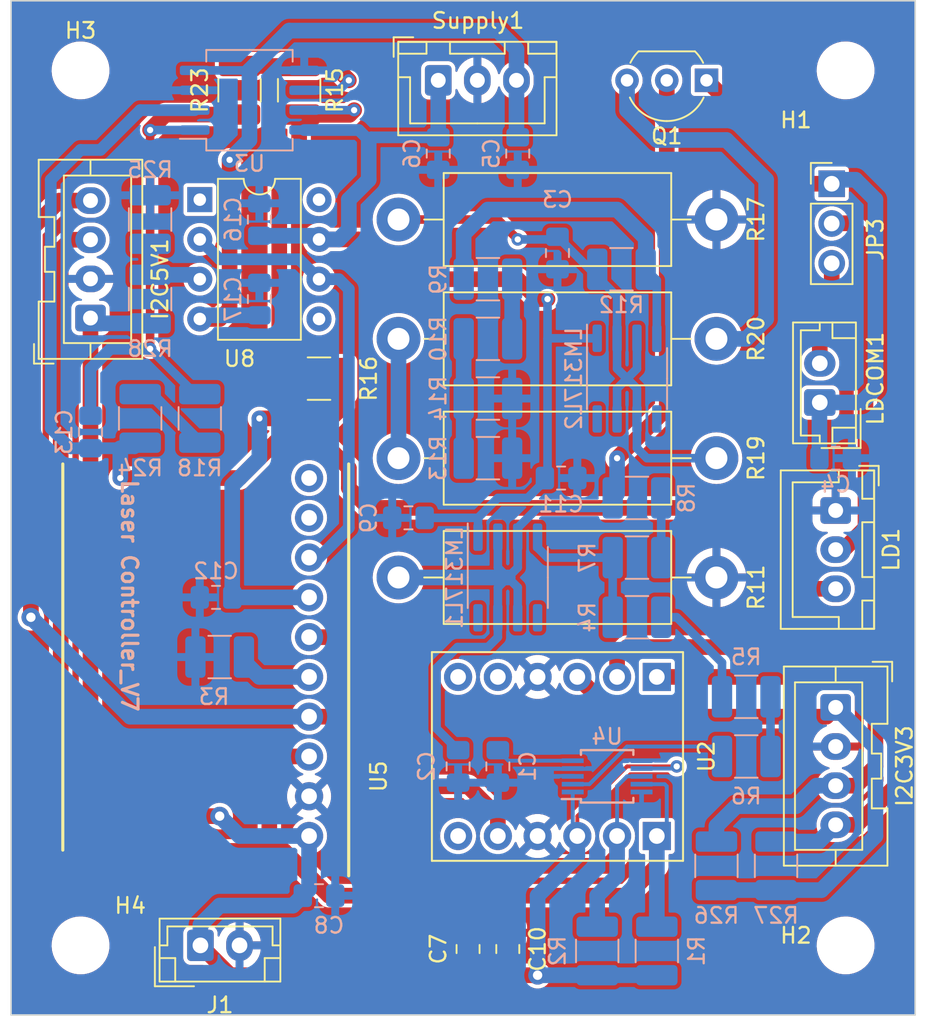
<source format=kicad_pcb>
(kicad_pcb (version 20240108) (generator "pcbnew") (generator_version "8.0")
  (layers (0 "F.Cu" signal) (31 "B.Cu" signal) (34 "B.Paste" user) (35 "F.Paste" user) (36 "B.SilkS" user "B.Silkscreen") (37 "F.SilkS" user "F.Silkscreen") (38 "B.Mask" user) (39 "F.Mask" user) (44 "Edge.Cuts" user))
  (net 0 "")
  (net 1 "GND")
  (net 2 "Net-(U4-Ext_cap)")
  (net 3 "Net-(C3-Pad2)")
  (net 4 "Net-(Q1-B)")
  (net 5 "5V")
  (net 6 "SCL5V")
  (net 7 "SDA5V")
  (net 8 "-12V")
  (net 9 "Net-(JP3-A)")
  (net 10 "Net-(R5-Pad2)")
  (net 11 "Net-(R10-Pad2)")
  (net 12 "Net-(R10-Pad1)")
  (net 13 "Net-(U5-A0)")
  (net 14 "Net-(R19-Pad2)")
  (net 15 "Net-(R15-Pad2)")
  (net 16 "3V3")
  (net 17 "Net-(C13-Pad1)")
  (net 18 "Net-(U3A--)")
  (net 19 "SCL3V3")
  (net 20 "SDA3V3")
  (net 21 "Net-(JP3-C)")
  (net 22 "Net-(JP3-B)")
  (net 23 "Net-(LM317L1-ADJ)")
  (net 25 "+12V")
  (net 26 "Net-(R18-Pad2)")
  (net 28 "Net-(LM317L2-ADJ)")
  (net 31 "Net-(Q1-E)")
  (net 32 "Net-(U5-ADDR)")
  (net 34 "Net-(U4-A)")
  (net 35 "Net-(U3B--)")
  (net 36 "Net-(U8-+)")
  (net 37 "Net-(U5-ALRT)")
  (net 40 "Net-(U5-A1)")
  (net 46 "Net-(R4-Pad2)")
  (net 47 "Net-(R7-Pad2)")
  (footprint "Resistor_THT:R_Axial_DIN0614_L14.3mm_D5.7mm_P20.32mm_Horizontal" (layer "F.Cu") (at 213.36 67.31)
    (property "Reference" "R17")
    (property "Value" "220")
  )
  (footprint "Created:CONV_BOB-12009" (layer "F.Cu") (at 223.52 101.6 -90)
    (property "Reference" "U2")
    (property "Value" "LogicConvert")
  )
  (footprint "MountingHole:MountingHole_3.2mm_M3" (layer "F.Cu") (at 241.935 113.665)
    (property "Reference" "H2")
    (property "Value" "MountingHole")
  )
  (footprint "Connector_JST:JST_EH_B2B-EH-A_1x02_P2.50mm_Vertical" (layer "F.Cu") (at 240.284 78.994 90)
    (property "Reference" "LDCOM1")
    (property "Value" "Conn_01x02_Male")
  )
  (footprint "Connector_JST:JST_XH_B3B-XH-A_1x03_P2.50mm_Vertical" (layer "F.Cu") (at 215.9 58.42)
    (property "Reference" "Supply1")
    (property "Value" "Conn_01x03_Male")
  )
  (footprint "Package_DIP:DIP-8_W7.62mm" (layer "F.Cu") (at 200.66 66.04)
    (property "Reference" "U8")
    (property "Value" "TL081")
  )
  (footprint "Connector_JST:JST_XA_B04B-XASK-1_1x04_P2.50mm_Vertical" (layer "F.Cu") (at 241.3 98.465 -90)
    (property "Reference" "I2C3V3")
    (property "Value" "Conn_01x04_Male")
  )
  (footprint "Resistor_THT:R_Axial_DIN0614_L14.3mm_D5.7mm_P20.32mm_Horizontal" (layer "F.Cu") (at 233.68 82.55 180)
    (property "Reference" "R19")
    (property "Value" "100")
  )
  (footprint "Resistor_SMD:R_1210_3225Metric_Pad1.30x2.65mm_HandSolder" (layer "F.Cu") (at 203.2 59.055 -90)
    (property "Reference" "R23")
    (property "Value" "10k")
  )
  (footprint "Connector_JST:JST_XH_B3B-XH-A_1x03_P2.50mm_Vertical" (layer "F.Cu") (at 241.3 85.892 -90)
    (property "Reference" "LD1")
    (property "Value" "D_Laser_Photo_NType")
  )
  (footprint "Connector_PinHeader_2.54mm:PinHeader_1x03_P2.54mm_Vertical" (layer "F.Cu") (at 241.046 65.024)
    (property "Reference" "JP3")
    (property "Value" "Jumper_3_Open")
  )
  (footprint "Created:ADS1115" (layer "F.Cu") (at 201.041 95.25 90)
    (property "Reference" "U5")
    (property "Value" "ADS1115")
  )
  (footprint "MountingHole:MountingHole_3.2mm_M3" (layer "F.Cu") (at 193.04 113.665)
    (property "Reference" "H4")
    (property "Value" "MountingHole")
  )
  (footprint "Resistor_SMD:R_1210_3225Metric_Pad1.30x2.65mm_HandSolder" (layer "F.Cu") (at 208.28 77.47)
    (property "Reference" "R16")
    (property "Value" "100k")
  )
  (footprint "Resistor_SMD:R_1210_3225Metric_Pad1.30x2.65mm_HandSolder" (layer "F.Cu") (at 207.01 59.055 -90)
    (property "Reference" "R15")
    (property "Value" "10k")
  )
  (footprint "MountingHole:MountingHole_3.2mm_M3" (layer "F.Cu") (at 193.04 57.785)
    (property "Reference" "H3")
    (property "Value" "MountingHole")
  )
  (footprint "MountingHole:MountingHole_3.2mm_M3" (layer "F.Cu") (at 241.935 57.785)
    (property "Reference" "H1")
    (property "Value" "MountingHole")
  )
  (footprint "Package_TO_SOT_THT:TO-92_Inline_Wide" (layer "F.Cu") (at 233.045 58.42 180)
    (property "Reference" "Q1")
    (property "Value" "2n2907")
  )
  (footprint "Capacitor_SMD:C_0805_2012Metric_Pad1.18x1.45mm_HandSolder" (layer "F.Cu") (at 220.345 113.8975 -90)
    (property "Reference" "C10")
    (property "Value" "1U")
  )
  (footprint "Resistor_THT:R_Axial_DIN0614_L14.3mm_D5.7mm_P20.32mm_Horizontal" (layer "F.Cu") (at 213.36 90.17)
    (property "Reference" "R11")
    (property "Value" "220")
  )
  (footprint "Resistor_THT:R_Axial_DIN0614_L14.3mm_D5.7mm_P20.32mm_Horizontal" (layer "F.Cu") (at 213.36 74.93)
    (property "Reference" "R20")
    (property "Value" "100")
  )
  (footprint "Capacitor_SMD:C_0805_2012Metric_Pad1.18x1.45mm_HandSolder" (layer "F.Cu") (at 217.805 113.8975 90)
    (property "Reference" "C7")
    (property "Value" "0.1U")
  )
  (footprint "Connector_JST:JST_XA_B04B-XASK-1_1x04_P2.50mm_Vertical" (layer "F.Cu") (at 193.675 73.6 90)
    (property "Reference" "I2C5V1")
    (property "Value" "Conn_01x04_Male")
  )
  (footprint "Connector_JST:JST_EH_B2B-EH-A_1x02_P2.50mm_Vertical" (layer "F.Cu") (at 200.7 113.665)
    (property "Reference" "J1")
    (property "Value" "5V")
  )
  (footprint "Capacitor_SMD:C_0805_2012Metric_Pad1.18x1.45mm_HandSolder" (layer "B.Cu") (at 220.98 63.0975 -90)
    (property "Reference" "C5")
    (property "Value" "0.1U")
  )
  (footprint "Capacitor_SMD:C_0805_2012Metric_Pad1.18x1.45mm_HandSolder" (layer "B.Cu") (at 204.47 67.31 -90)
    (property "Reference" "C16")
    (property "Value" "1U")
  )
  (footprint "Capacitor_SMD:C_0805_2012Metric_Pad1.18x1.45mm_HandSolder" (layer "B.Cu") (at 217.17 102.235 -90)
    (property "Reference" "C2")
    (property "Value" "0.1U")
  )
  (footprint "Resistor_SMD:R_1210_3225Metric_Pad1.30x2.65mm_HandSolder" (layer "B.Cu") (at 197.485 72.39 -90)
    (property "Reference" "R28")
    (property "Value" "220")
  )
  (footprint "Capacitor_SMD:C_0805_2012Metric_Pad1.18x1.45mm_HandSolder" (layer "B.Cu") (at 193.675 80.8775 -90)
    (property "Reference" "C13")
    (property "Value" "1U")
  )
  (footprint "Resistor_SMD:R_1210_3225Metric_Pad1.30x2.65mm_HandSolder" (layer "B.Cu") (at 219.075 71.12)
    (property "Reference" "R9")
    (property "Value" "1k")
  )
  (footprint "Resistor_SMD:R_1210_3225Metric_Pad1.30x2.65mm_HandSolder" (layer "B.Cu") (at 219.075 78.74)
    (property "Reference" "R14")
    (property "Value" "47")
  )
  (footprint "Resistor_SMD:R_1210_3225Metric_Pad1.30x2.65mm_HandSolder" (layer "B.Cu") (at 235.585 97.79)
    (property "Reference" "R5")
    (property "Value" "2k2")
  )
  (footprint "Capacitor_SMD:C_0805_2012Metric_Pad1.18x1.45mm_HandSolder" (layer "B.Cu") (at 223.52 69.4475 90)
    (property "Reference" "C3")
    (property "Value" "0.1U")
  )
  (footprint "Resistor_SMD:R_1210_3225Metric_Pad1.30x2.65mm_HandSolder" (layer "B.Cu") (at 228.6 92.71)
    (property "Reference" "R4")
    (property "Value" "2k2")
  )
  (footprint "Package_SO:SO-8_3.9x4.9mm_P1.27mm" (layer "B.Cu") (at 220.345 90.17 -90)
    (property "Reference" "LM317L1")
    (property "Value" "LM317L_SO8")
  )
  (footprint "Resistor_SMD:R_1210_3225Metric_Pad1.30x2.65mm_HandSolder" (layer "B.Cu") (at 229.87 114.02 90)
    (property "Reference" "R1")
    (property "Value" "4k7")
  )
  (footprint "Resistor_SMD:R_1210_3225Metric_Pad1.30x2.65mm_HandSolder" (layer "B.Cu") (at 197.485 67.31 90)
    (property "Reference" "R25")
    (property "Value" "220")
  )
  (footprint "Resistor_SMD:R_1210_3225Metric_Pad1.30x2.65mm_HandSolder" (layer "B.Cu") (at 228.6 88.9)
    (property "Reference" "R7")
    (property "Value" "330")
  )
  (footprint "Capacitor_SMD:C_0805_2012Metric_Pad1.18x1.45mm_HandSolder" (layer "B.Cu") (at 204.47 72.39 -90)
    (property "Reference" "C17")
    (property "Value" "1U")
  )
  (footprint "Resistor_SMD:R_1210_3225Metric_Pad1.30x2.65mm_HandSolder" (layer "B.Cu") (at 235.585 101.6)
    (property "Reference" "R6")
    (property "Value" "220")
  )
  (footprint "Resistor_SMD:R_1210_3225Metric_Pad1.30x2.65mm_HandSolder" (layer "B.Cu") (at 219.075 82.55)
    (property "Reference" "R13")
    (property "Value" "47")
  )
  (footprint "Capacitor_SMD:C_0805_2012Metric_Pad1.18x1.45mm_HandSolder" (layer "B.Cu") (at 201.6975 91.44 180)
    (property "Reference" "C12")
    (property "Value" "1U")
  )
  (footprint "Resistor_SMD:R_1210_3225Metric_Pad1.30x2.65mm_HandSolder" (layer "B.Cu") (at 196.85 80.01 90)
    (property "Reference" "R24")
    (property "Value" "10k")
  )
  (footprint "Capacitor_SMD:C_0805_2012Metric_Pad1.18x1.45mm_HandSolder" (layer "B.Cu") (at 208.28 110.49 180)
    (property "Reference" "C8")
    (property "Value" "0.1U")
  )
  (footprint "Capacitor_SMD:C_0805_2012Metric_Pad1.18x1.45mm_HandSolder" (layer "B.Cu") (at 219.71 102.235 -90)
    (property "Reference" "C1")
    (property "Value" "1U" (hide yes))
  )
  (footprint "Resistor_SMD:R_1210_3225Metric_Pad1.30x2.65mm_HandSolder" (layer "B.Cu") (at 200.66 80.01 -90)
    (property "Reference" "R18")
    (property "Value" "10k")
  )
  (footprint "Capacitor_SMD:C_0805_2012Metric_Pad1.18x1.45mm_HandSolder" (layer "B.Cu") (at 215.9 63.0975 -90)
    (property "Reference" "C6")
    (property "Value" "0.1U")
  )
  (footprint "Resistor_SMD:R_1210_3225Metric_Pad1.30x2.65mm_HandSolder" (layer "B.Cu") (at 227.61 70.485)
    (property "Reference" "R12")
    (property "Value" "220")
  )
  (footprint "Resistor_SMD:R_1210_3225Metric_Pad1.30x2.65mm_HandSolder" (layer "B.Cu") (at 237.49 108.585 -90)
    (property "Reference" "R27")
    (property "Value" "4k7")
  )
  (footprint "Capacitor_SMD:C_0805_2012Metric_Pad1.18x1.45mm_HandSolder" (layer "B.Cu") (at 213.995 86.36 180)
    (property "Reference" "C9")
    (property "Value" "0.1U")
  )
  (footprint "Resistor_SMD:R_1210_3225Metric_Pad1.30x2.65mm_HandSolder" (layer "B.Cu") (at 228.6 85.09)
    (property "Reference" "R8")
    (property "Value" "3k3")
  )
  (footprint "Resistor_SMD:R_1210_3225Metric_Pad1.30x2.65mm_HandSolder" (layer "B.Cu") (at 219.075 74.93)
    (property "Reference" "R10")
    (property "Value" "100")
  )
  (footprint "Package_SO:SO-8_5.3x6.2mm_P1.27mm" (layer "B.Cu") (at 203.835 59.69)
    (property "Reference" "U3")
    (property "Value" "TL082")
  )
  (footprint "Resistor_SMD:R_1210_3225Metric_Pad1.30x2.65mm_HandSolder" (layer "B.Cu") (at 226.06 114.02 90)
    (property "Reference" "R2")
    (property "Value" "4k7")
  )
  (footprint "Capacitor_SMD:C_0805_2012Metric_Pad1.18x1.45mm_HandSolder" (layer "B.Cu") (at 223.7525 83.82)
    (property "Reference" "C11")
    (property "Value" "0.1U")
  )
  (footprint "Resistor_SMD:R_1210_3225Metric_Pad1.30x2.65mm_HandSolder" (layer "B.Cu") (at 233.68 108.585 -90)
    (property "Reference" "R26")
    (property "Value" "4k7")
  )
  (footprint "Package_SO:MSOP-10_3x3mm_P0.5mm" (layer "B.Cu") (at 226.695 102.87)
    (property "Reference" "U4")
    (property "Value" "AD5175")
  )
  (footprint "Capacitor_SMD:C_0805_2012Metric_Pad1.18x1.45mm_HandSolder" (layer "B.Cu") (at 241.3 82.55)
    (property "Reference" "C4")
    (property "Value" "0.1U")
  )
  (footprint "Resistor_SMD:R_1210_3225Metric_Pad1.30x2.65mm_HandSolder" (layer "B.Cu") (at 201.93 95.25 180)
    (property "Reference" "R3")
    (property "Value" "4k7")
  )
  (footprint "Package_SO:SO-8_3.9x4.9mm_P1.27mm" (layer "B.Cu") (at 227.965 77.47 -90)
    (property "Reference" "LM317L2")
    (property "Value" "LM317L_SO8")
  )
  (gr_rect (start 188.595 53.34) (end 246.38 118.11) (stroke (width 0.1)) (fill none) (layer "Edge.Cuts"))
  (gr_text "Laser Controller_V7" (at 195.58 83.82 -90) (layer "B.SilkS") (effects (font (size 1 1) (thickness 0.2) (bold yes)) (justify left bottom)))
  (segment (start 220.3825 101.87) (end 219.71 101.1975) (width 0.25) (layer "B.Cu") (net 2))
  (segment (start 224.495 101.87) (end 220.3825 101.87) (width 0.25) (layer "B.Cu") (net 2))
  (segment (start 219.71 67.31) (end 220.98 68.58) (width 0.55) (layer "F.Cu") (net 3))
  (segment (start 213.36 67.31) (end 219.71 67.31) (width 0.55) (layer "F.Cu") (net 3))
  (via (at 220.98 68.58) (size 0.8) (drill 0.4) (layers "F.Cu" "B.Cu") (net 3))
  (segment (start 227.33 72.22) (end 227.33 74.895) (width 0.55) (layer "B.Cu") (net 3))
  (segment (start 223.52 68.41) (end 227.33 72.22) (width 0.55) (layer "B.Cu") (net 3))
  (segment (start 227.33 74.895) (end 227.33 76.835) (width 0.55) (layer "B.Cu") (net 3))
  (segment (start 227.33 80.045) (end 227.33 78.105) (width 0.55) (layer "B.Cu") (net 3))
  (segment (start 228.6 76.835) (end 228.6 74.895) (width 0.55) (layer "B.Cu") (net 3))
  (segment (start 228.6 81.915) (end 229.235 82.55) (width 0.55) (layer "B.Cu") (net 3))
  (segment (start 228.6 78.105) (end 228.6 80.045) (width 0.55) (layer "B.Cu") (net 3))
  (segment (start 227.965 77.47) (end 228.6 76.835) (width 0.55) (layer "B.Cu") (net 3))
  (segment (start 229.235 82.55) (end 233.68 82.55) (width 0.55) (layer "B.Cu") (net 3))
  (segment (start 227.33 76.835) (end 227.965 77.47) (width 0.55) (layer "B.Cu") (net 3))
  (segment (start 227.965 77.47) (end 228.6 78.105) (width 0.55) (layer "B.Cu") (net 3))
  (segment (start 228.6 80.68) (end 228.6 81.915) (width 0.55) (layer "B.Cu") (net 3))
  (segment (start 220.98 68.58) (end 223.35 68.58) (width 0.55) (layer "B.Cu") (net 3))
  (segment (start 227.33 78.105) (end 227.965 77.47) (width 0.55) (layer "B.Cu") (net 3))
  (segment (start 230.505 79.375) (end 227.33 82.55) (width 1) (layer "F.Cu") (net 4))
  (segment (start 230.505 58.42) (end 230.505 79.375) (width 1) (layer "F.Cu") (net 4))
  (via (at 227.33 82.55) (size 0.8) (drill 0.4) (layers "F.Cu" "B.Cu") (net 4))
  (segment (start 220.98 87.595) (end 220.98 89.535) (width 0.55) (layer "B.Cu") (net 4))
  (segment (start 227.33 84.81) (end 227.05 85.09) (width 1) (layer "B.Cu") (net 4))
  (segment (start 213.36 90.17) (end 220.345 90.17) (width 1) (layer "B.Cu") (net 4))
  (segment (start 226.415 85.725) (end 227.05 85.09) (width 0.55) (layer "B.Cu") (net 4))
  (segment (start 215.795 95.950456) (end 215.795 99.8225) (width 0.55) (layer "B.Cu") (net 4))
  (segment (start 219.71 90.805) (end 219.71 92.745) (width 0.55) (layer "B.Cu") (net 4))
  (segment (start 222.25 85.725) (end 226.415 85.725) (width 0.55) (layer "B.Cu") (net 4))
  (segment (start 227.33 82.55) (end 227.33 84.81) (width 1) (layer "B.Cu") (net 4))
  (segment (start 220.98 89.535) (end 220.345 90.17) (width 0.55) (layer "B.Cu") (net 4))
  (segment (start 220.345 90.17) (end 219.71 90.805) (width 0.55) (layer "B.Cu") (net 4))
  (segment (start 220.98 87.595) (end 220.98 86.995) (width 0.55) (layer "B.Cu") (net 4))
  (segment (start 219.075 94.615) (end 217.130456 94.615) (width 0.55) (layer "B.Cu") (net 4))
  (segment (start 215.795 99.8225) (end 217.17 101.1975) (width 0.55) (layer "B.Cu") (net 4))
  (segment (start 220.98 86.995) (end 222.25 85.725) (width 0.55) (layer "B.Cu") (net 4))
  (segment (start 219.71 87.595) (end 219.71 89.535) (width 0.55) (layer "B.Cu") (net 4))
  (segment (start 219.71 92.745) (end 219.71 93.98) (width 0.55) (layer "B.Cu") (net 4))
  (segment (start 219.71 93.98) (end 219.075 94.615) (width 0.55) (layer "B.Cu") (net 4))
  (segment (start 219.71 89.535) (end 220.345 90.17) (width 0.55) (layer "B.Cu") (net 4))
  (segment (start 220.98 90.805) (end 220.98 92.745) (width 0.55) (layer "B.Cu") (net 4))
  (segment (start 220.345 90.17) (end 220.98 90.805) (width 0.55) (layer "B.Cu") (net 4))
  (segment (start 217.130456 94.615) (end 215.795 95.950456) (width 0.55) (layer "B.Cu") (net 4))
  (segment (start 202.605 115.57) (end 222.25 115.57) (width 1) (layer "F.Cu") (net 5))
  (segment (start 193.675 102.87) (end 196.215 105.41) (width 1) (layer "F.Cu") (net 5))
  (segment (start 200.7 113.665) (end 202.605 115.57) (width 1) (layer "F.Cu") (net 5))
  (segment (start 224.79 105.41) (end 224.79 106.68) (width 0.25) (layer "F.Cu") (net 5))
  (segment (start 227.965 102.235) (end 224.79 105.41) (width 0.25) (layer "F.Cu") (net 5))
  (segment (start 231.14 102.235) (end 227.965 102.235) (width 0.25) (layer "F.Cu") (net 5))
  (segment (start 193.675 73.6) (end 193.675 102.87) (width 1) (layer "F.Cu") (net 5))
  (segment (start 196.215 105.41) (end 201.93 105.41) (width 1) (layer "F.Cu") (net 5))
  (via (at 222.25 115.57) (size 1.2) (drill 0.6) (layers "F.Cu" "B.Cu") (net 5))
  (via (at 231.14 102.235) (size 0.8) (drill 0.4) (layers "F.Cu" "B.Cu") (net 5))
  (via (at 201.93 105.41) (size 1.2) (drill 0.6) (layers "F.Cu" "B.Cu") (net 5))
  (segment (start 222.25 110.49) (end 224.79 107.95) (width 1) (layer "B.Cu") (net 5))
  (segment (start 206.6075 111.125) (end 207.645 110.0875) (width 1) (layer "B.Cu") (net 5))
  (segment (start 224.495 103.87) (end 224.495 106.385) (width 0.25) (layer "B.Cu") (net 5))
  (segment (start 197.485 73.94) (end 194.015 73.94) (width 1) (layer "B.Cu") (net 5))
  (segment (start 200.7 112.355) (end 201.93 111.125) (width 1) (layer "B.Cu") (net 5))
  (segment (start 224.79 107.95) (end 224.79 106.68) (width 1) (layer "B.Cu") (net 5))
  (segment (start 207.645 110.0875) (end 207.645 106.68) (width 1) (layer "B.Cu") (net 5))
  (segment (start 231.14 102.235) (end 231.005 102.37) (width 0.25) (layer "B.Cu") (net 5))
  (segment (start 203.2 106.68) (end 207.645 106.68) (width 1) (layer "B.Cu") (net 5))
  (segment (start 231.005 102.37) (end 228.895 102.37) (width 0.25) (layer "B.Cu") (net 5))
  (segment (start 201.93 105.41) (end 203.2 106.68) (width 1) (layer "B.Cu") (net 5))
  (segment (start 224.495 106.385) (end 224.79 106.68) (width 0.25) (layer "B.Cu") (net 5))
  (segment (start 200.7 113.665) (end 200.7 112.355) (width 1) (layer "B.Cu") (net 5))
  (segment (start 194.015 73.94) (end 193.675 73.6) (width 1) (layer "B.Cu") (net 5))
  (segment (start 201.93 111.125) (end 206.6075 111.125) (width 1) (layer "B.Cu") (net 5))
  (segment (start 222.25 115.57) (end 222.25 110.49) (width 1) (layer "B.Cu") (net 5))
  (segment (start 222.25 115.57) (end 229.87 115.57) (width 1) (layer "B.Cu") (net 5))
  (segment (start 206.0575 101.6) (end 205.105 102.5525) (width 1) (layer "F.Cu") (net 6))
  (segment (start 208.915 110.49) (end 227.965 110.49) (width 1) (layer "F.Cu") (net 6))
  (segment (start 205.105 102.5525) (end 205.105 107.6325) (width 1) (layer "F.Cu") (net 6))
  (segment (start 227.965 110.49) (end 229.87 108.585) (width 1) (layer "F.Cu") (net 6))
  (segment (start 191.77 69.215) (end 191.77 104.775) (width 1) (layer "F.Cu") (net 6))
  (segment (start 193.675 68.6) (end 192.385 68.6) (width 1) (layer "F.Cu") (net 6))
  (segment (start 194.6275 107.6325) (end 206.0575 107.6325) (width 1) (layer "F.Cu") (net 6))
  (segment (start 207.645 101.6) (end 206.0575 101.6) (width 1) (layer "F.Cu") (net 6))
  (segment (start 191.77 104.775) (end 194.6275 107.6325) (width 1) (layer "F.Cu") (net 6))
  (segment (start 229.87 108.585) (end 229.87 106.68) (width 1) (layer "F.Cu") (net 6))
  (segment (start 206.0575 107.6325) (end 208.915 110.49) (width 1) (layer "F.Cu") (net 6))
  (segment (start 192.385 68.6) (end 191.77 69.215) (width 1) (layer "F.Cu") (net 6))
  (segment (start 230.37 103.37) (end 230.505 103.505) (width 0.25) (layer "B.Cu") (net 6))
  (segment (start 228.895 103.37) (end 230.37 103.37) (width 0.25) (layer "B.Cu") (net 6))
  (segment (start 229.87 112.47) (end 229.87 106.68) (width 1) (layer "B.Cu") (net 6))
  (segment (start 230.505 103.505) (end 230.505 106.045) (width 0.25) (layer "B.Cu") (net 6))
  (segment (start 230.505 106.045) (end 229.87 106.68) (width 0.25) (layer "B.Cu") (net 6))
  (segment (start 226.695 108.585) (end 227.33 107.95) (width 1) (layer "F.Cu") (net 7))
  (segment (start 210.82 106.045) (end 213.36 108.585) (width 1) (layer "F.Cu") (net 7))
  (segment (start 189.865 67.945) (end 189.865 92.71) (width 1) (layer "F.Cu") (net 7))
  (segment (start 213.36 108.585) (end 226.695 108.585) (width 1) (layer "F.Cu") (net 7))
  (segment (start 209.55 99.06) (end 210.82 100.33) (width 1) (layer "F.Cu") (net 7))
  (segment (start 207.645 99.06) (end 209.55 99.06) (width 1) (layer "F.Cu") (net 7))
  (segment (start 227.33 107.95) (end 227.33 106.68) (width 1) (layer "F.Cu") (net 7))
  (segment (start 191.71 66.1) (end 193.675 66.1) (width 1) (layer "F.Cu") (net 7))
  (segment (start 210.82 100.33) (end 210.82 106.045) (width 1) (layer "F.Cu") (net 7))
  (segment (start 189.865 67.945) (end 191.71 66.1) (width 1) (layer "F.Cu") (net 7))
  (via (at 189.865 92.71) (size 1.2) (drill 0.6) (layers "F.Cu" "B.Cu") (net 7))
  (segment (start 189.865 92.71) (end 196.215 99.06) (width 1) (layer "B.Cu") (net 7))
  (segment (start 228.895 102.87) (end 227.965 102.87) (width 0.25) (layer "B.Cu") (net 7))
  (segment (start 227.33 109.22) (end 227.33 106.68) (width 1) (layer "B.Cu") (net 7))
  (segment (start 227.965 102.87) (end 227.33 103.505) (width 0.25) (layer "B.Cu") (net 7))
  (segment (start 226.06 112.47) (end 226.06 110.49) (width 1) (layer "B.Cu") (net 7))
  (segment (start 196.215 99.06) (end 207.645 99.06) (width 1) (layer "B.Cu") (net 7))
  (segment (start 226.06 110.49) (end 227.33 109.22) (width 1) (layer "B.Cu") (net 7))
  (segment (start 227.33 103.505) (end 227.33 106.68) (width 0.25) (layer "B.Cu") (net 7))
  (segment (start 201.93 73.66) (end 202.565 73.025) (width 1) (layer "F.Cu") (net 8))
  (segment (start 200.66 73.66) (end 201.93 73.66) (width 1) (layer "F.Cu") (net 8))
  (segment (start 202.565 73.025) (end 202.565 63.5) (width 1) (layer "F.Cu") (net 8))
  (via (at 202.565 63.5) (size 0.8) (drill 0.4) (layers "F.Cu" "B.Cu") (net 8))
  (segment (start 200.8925 73.4275) (end 200.66 73.66) (width 1) (layer "B.Cu") (net 8))
  (segment (start 206.375 55.245) (end 203.835 57.785) (width 1) (layer "B.Cu") (net 8))
  (segment (start 220.9 56.435) (end 219.71 55.245) (width 1) (layer "B.Cu") (net 8))
  (segment (start 220.9 58.42) (end 220.9 61.98) (width 1) (layer "B.Cu") (net 8))
  (segment (start 220.9 61.98) (end 220.98 62.06) (width 1) (layer "B.Cu") (net 8))
  (segment (start 203.835 62.23) (end 203.835 57.785) (width 1) (layer "B.Cu") (net 8))
  (segment (start 202.565 63.5) (end 203.835 62.23) (width 1) (layer "B.Cu") (net 8))
  (segment (start 200.335 57.785) (end 203.835 57.785) (width 0.55) (layer "B.Cu") (net 8))
  (segment (start 219.71 55.245) (end 206.375 55.245) (width 1) (layer "B.Cu") (net 8))
  (segment (start 220.9 58.42) (end 220.9 56.435) (width 1) (layer "B.Cu") (net 8))
  (segment (start 204.47 73.4275) (end 200.8925 73.4275) (width 1) (layer "B.Cu") (net 8))
  (segment (start 233.045 58.42) (end 239.649 65.024) (width 1) (layer "F.Cu") (net 9))
  (segment (start 239.649 65.024) (end 241.046 65.024) (width 1) (layer "F.Cu") (net 9))
  (segment (start 243.84 66.04) (end 243.84 78.105) (width 1) (layer "B.Cu") (net 9))
  (segment (start 242.57 64.77) (end 243.84 66.04) (width 1) (layer "B.Cu") (net 9))
  (segment (start 242.951 78.994) (end 240.284 78.994) (width 1) (layer "B.Cu") (net 9))
  (segment (start 241.3 64.77) (end 242.57 64.77) (width 1) (layer "B.Cu") (net 9))
  (segment (start 241.3 64.77) (end 241.046 65.024) (width 1) (layer "B.Cu") (net 9))
  (segment (start 240.2625 79.0155) (end 240.2625 82.55) (width 1) (layer "B.Cu") (net 9))
  (segment (start 243.84 78.105) (end 242.951 78.994) (width 1) (layer "B.Cu") (net 9))
  (segment (start 240.284 78.994) (end 240.2625 79.0155) (width 1) (layer "B.Cu") (net 9))
  (segment (start 237.135 97.79) (end 237.135 101.6) (width 0.55) (layer "B.Cu") (net 10))
  (segment (start 220.625 71.12) (end 220.625 74.93) (width 1) (layer "B.Cu") (net 11))
  (segment (start 217.525 74.93) (end 217.525 82.55) (width 1) (layer "B.Cu") (net 12))
  (segment (start 204.47 80.01) (end 209.055 80.01) (width 1) (layer "F.Cu") (net 13))
  (segment (start 209.055 80.01) (end 209.83 79.235) (width 1) (layer "F.Cu") (net 13))
  (segment (start 209.83 79.235) (end 209.83 77.47) (width 1) (layer "F.Cu") (net 13))
  (via (at 204.47 80.01) (size 0.8) (drill 0.4) (layers "F.Cu" "B.Cu") (net 13))
  (segment (start 202.735 91.44) (end 202.735 84.285) (width 1) (layer "B.Cu") (net 13))
  (segment (start 202.735 84.285) (end 204.47 82.55) (width 1) (layer "B.Cu") (net 13))
  (segment (start 202.735 91.44) (end 207.645 91.44) (width 1) (layer "B.Cu") (net 13))
  (segment (start 204.47 82.55) (end 204.47 80.01) (width 1) (layer "B.Cu") (net 13))
  (segment (start 213.36 74.93) (end 213.36 82.55) (width 1) (layer "B.Cu") (net 14))
  (segment (start 210.229 60.6205) (end 207.0255 60.6205) (width 1) (layer "F.Cu") (net 15))
  (segment (start 206.73 77.47) (end 205.74 76.48) (width 1) (layer "F.Cu") (net 15))
  (segment (start 207.01 63.5) (end 207.01 60.605) (width 1) (layer "F.Cu") (net 15))
  (segment (start 210.5245 60.325) (end 210.229 60.6205) (width 1) (layer "F.Cu") (net 15))
  (segment (start 205.74 76.48) (end 205.74 64.77) (width 1) (layer "F.Cu") (net 15))
  (segment (start 205.74 64.77) (end 207.01 63.5) (width 1) (layer "F.Cu") (net 15))
  (segment (start 207.0255 60.6205) (end 207.01 60.605) (width 1) (layer "F.Cu") (net 15))
  (via (at 210.5245 60.325) (size 0.8) (drill 0.4) (layers "F.Cu" "B.Cu") (net 15))
  (segment (start 210.5245 60.325) (end 207.335 60.325) (width 0.55) (layer "B.Cu") (net 15))
  (segment (start 227.33 99.06) (end 224.79 96.52) (width 1) (layer "F.Cu") (net 16))
  (segment (start 240.705 99.06) (end 227.33 99.06) (width 1) (layer "F.Cu") (net 16))
  (segment (start 241.3 98.465) (end 240.705 99.06) (width 1) (layer "F.Cu") (net 16))
  (segment (start 237.49 110.135) (end 240.385 110.135) (width 1) (layer "B.Cu") (net 16))
  (segment (start 243.84 101.005) (end 241.3 98.465) (width 1) (layer "B.Cu") (net 16))
  (segment (start 243.84 106.68) (end 243.84 101.005) (width 1) (layer "B.Cu") (net 16))
  (segment (start 233.68 110.135) (end 237.49 110.135) (width 1) (layer "B.Cu") (net 16))
  (segment (start 240.385 110.135) (end 243.84 106.68) (width 1) (layer "B.Cu") (net 16))
  (segment (start 197.485 61.595) (end 197.485 75.565) (width 0.55) (layer "F.Cu") (net 17))
  (segment (start 203.2 60.605) (end 198.475 60.605) (width 1) (layer "F.Cu") (net 17))
  (segment (start 198.475 60.605) (end 197.485 61.595) (width 1) (layer "F.Cu") (net 17))
  (via (at 197.485 75.565) (size 0.8) (drill 0.4) (layers "F.Cu" "B.Cu") (net 17))
  (via (at 197.485 61.595) (size 0.8) (drill 0.4) (layers "F.Cu" "B.Cu") (net 17))
  (segment (start 193.675 79.84) (end 193.675 76.835) (width 0.75) (layer "B.Cu") (net 17))
  (segment (start 193.675 76.835) (end 194.945 75.565) (width 0.75) (layer "B.Cu") (net 17))
  (segment (start 200.335 61.595) (end 197.485 61.595) (width 0.55) (layer "B.Cu") (net 17))
  (segment (start 194.945 75.565) (end 197.485 75.565) (width 0.75) (layer "B.Cu") (net 17))
  (segment (start 197.485 75.565) (end 200.38 78.46) (width 0.55) (layer "B.Cu") (net 17))
  (segment (start 203.2 83.82) (end 205.74 81.28) (width 1) (layer "F.Cu") (net 18))
  (segment (start 233.68 85.725) (end 238.847 90.892) (width 1) (layer "F.Cu") (net 18))
  (segment (start 238.847 90.892) (end 241.3 90.892) (width 1) (layer "F.Cu") (net 18))
  (segment (start 208.28 81.28) (end 210.185 83.185) (width 1) (layer "F.Cu") (net 18))
  (segment (start 210.185 83.185) (end 210.185 84.455) (width 1) (layer "F.Cu") (net 18))
  (segment (start 205.74 81.28) (end 208.28 81.28) (width 1) (layer "F.Cu") (net 18))
  (segment (start 195.58 83.82) (end 203.2 83.82) (width 1) (layer "F.Cu") (net 18))
  (segment (start 211.455 85.725) (end 233.68 85.725) (width 1) (layer "F.Cu") (net 18))
  (segment (start 210.185 84.455) (end 211.455 85.725) (width 1) (layer "F.Cu") (net 18))
  (via (at 195.58 83.82) (size 0.8) (drill 0.4) (layers "F.Cu" "B.Cu") (net 18))
  (segment (start 194.31 62.865) (end 193.04 62.865) (width 0.75) (layer "B.Cu") (net 18))
  (segment (start 192.405 81.915) (end 193.675 81.915) (width 0.75) (layer "B.Cu") (net 18))
  (segment (start 193.04 62.865) (end 191.135 64.77) (width 0.75) (layer "B.Cu") (net 18))
  (segment (start 196.85 60.325) (end 194.31 62.865) (width 0.75) (layer "B.Cu") (net 18))
  (segment (start 191.135 80.645) (end 192.405 81.915) (width 0.75) (layer "B.Cu") (net 18))
  (segment (start 191.135 64.77) (end 191.135 80.645) (width 0.75) (layer "B.Cu") (net 18))
  (segment (start 193.675 81.915) (end 195.58 81.915) (width 0.75) (layer "B.Cu") (net 18))
  (segment (start 196.495 81.915) (end 196.85 81.56) (width 0.75) (layer "B.Cu") (net 18))
  (segment (start 195.58 81.915) (end 196.495 81.915) (width 0.75) (layer "B.Cu") (net 18))
  (segment (start 195.58 83.82) (end 195.58 81.915) (width 1) (layer "B.Cu") (net 18))
  (segment (start 200.335 60.325) (end 196.85 60.325) (width 0.75) (layer "B.Cu") (net 18))
  (segment (start 242.57 96.52) (end 243.84 97.79) (width 1) (layer "F.Cu") (net 19))
  (segment (start 243.84 102.235) (end 242.61 103.465) (width 1) (layer "F.Cu") (net 19))
  (segment (start 229.87 96.52) (end 242.57 96.52) (width 1) (layer "F.Cu") (net 19))
  (segment (start 243.84 97.79) (end 243.84 102.235) (width 1) (layer "F.Cu") (net 19))
  (segment (start 242.61 103.465) (end 241.3 103.465) (width 1) (layer "F.Cu") (net 19))
  (segment (start 238.76 104.775) (end 240.07 103.465) (width 1) (layer "B.Cu") (net 19))
  (segment (start 233.68 107.035) (end 233.68 106.045) (width 1) (layer "B.Cu") (net 19))
  (segment (start 233.68 106.045) (end 234.95 104.775) (width 1) (layer "B.Cu") (net 19))
  (segment (start 240.07 103.465) (end 241.3 103.465) (width 1) (layer "B.Cu") (net 19))
  (segment (start 234.95 104.775) (end 238.76 104.775) (width 1) (layer "B.Cu") (net 19))
  (segment (start 227.33 95.247208) (end 227.962208 94.615) (width 1) (layer "F.Cu") (net 20))
  (segment (start 242.65 105.965) (end 241.3 105.965) (width 1) (layer "F.Cu") (net 20))
  (segment (start 227.33 96.52) (end 227.33 95.247208) (width 1) (layer "F.Cu") (net 20))
  (segment (start 245.11 96.623972) (end 245.11 103.505) (width 1) (layer "F.Cu") (net 20))
  (segment (start 245.11 103.505) (end 242.65 105.965) (width 1) (layer "F.Cu") (net 20))
  (segment (start 243.101028 94.615) (end 245.11 96.623972) (width 1) (layer "F.Cu") (net 20))
  (segment (start 227.962208 94.615) (end 243.101028 94.615) (width 1) (layer "F.Cu") (net 20))
  (segment (start 240.23 107.035) (end 241.3 105.965) (width 1) (layer "B.Cu") (net 20))
  (segment (start 237.49 107.035) (end 240.23 107.035) (width 1) (layer "B.Cu") (net 20))
  (segment (start 241.046 67.549) (end 242.248081 67.549) (width 1) (layer "F.Cu") (net 21))
  (segment (start 243.205 68.505919) (end 243.205 86.995) (width 1) (layer "F.Cu") (net 21))
  (segment (start 241.808 88.392) (end 241.317 88.392) (width 1) (layer "F.Cu") (net 21))
  (segment (start 242.248081 67.549) (end 243.205 68.505919) (width 1) (layer "F.Cu") (net 21))
  (segment (start 243.205 86.995) (end 241.808 88.392) (width 1) (layer "F.Cu") (net 21))
  (segment (start 240.284 73.66) (end 240.284 76.494) (width 1) (layer "F.Cu") (net 22))
  (segment (start 241.046 70.104) (end 241.046 72.898) (width 1) (layer "F.Cu") (net 22))
  (segment (start 241.046 72.898) (end 240.284 73.66) (width 1) (layer "F.Cu") (net 22))
  (segment (start 222.25 88.265) (end 222.885 88.9) (width 0.55) (layer "B.Cu") (net 23))
  (segment (start 222.25 87.595) (end 222.25 88.265) (width 0.55) (layer "B.Cu") (net 23))
  (segment (start 227.05 88.9) (end 227.05 92.71) (width 0.55) (layer "B.Cu") (net 23))
  (segment (start 222.885 88.9) (end 227.05 88.9) (width 0.55) (layer "B.Cu") (net 23))
  (segment (start 213.36 71.12) (end 210.82 68.58) (width 1) (layer "F.Cu") (net 25))
  (segment (start 222.885 72.39) (end 222.25 72.39) (width 1) (layer "F.Cu") (net 25))
  (segment (start 220.98 71.12) (end 213.36 71.12) (width 1) (layer "F.Cu") (net 25))
  (segment (start 210.82 68.58) (end 208.28 68.58) (width 1) (layer "F.Cu") (net 25))
  (segment (start 222.25 72.39) (end 220.98 71.12) (width 1) (layer "F.Cu") (net 25))
  (via (at 222.885 72.39) (size 0.8) (drill 0.4) (layers "F.Cu" "B.Cu") (net 25))
  (segment (start 219.71 85.09) (end 221.615 85.09) (width 0.55) (layer "B.Cu") (net 25))
  (segment (start 209.55 68.58) (end 208.28 68.58) (width 1) (layer "B.Cu") (net 25))
  (segment (start 222.92 74.895) (end 222.885 74.93) (width 0.55) (layer "B.Cu") (net 25))
  (segment (start 218.44 86.36) (end 219.71 85.09) (width 0.55) (layer "B.Cu") (net 25))
  (segment (start 222.885 74.93) (end 222.885 72.39) (width 0.55) (layer "B.Cu") (net 25))
  (segment (start 204.47 68.3475) (end 208.0475 68.3475) (width 1) (layer "B.Cu") (net 25))
  (segment (start 218.44 87.595) (end 218.44 86.36) (width 0.55) (layer "B.Cu") (net 25))
  (segment (start 207.335 61.595) (end 210.82 61.595) (width 0.75) (layer "B.Cu") (net 25))
  (segment (start 215.0325 86.36) (end 218.44 86.36) (width 0.55) (layer "B.Cu") (net 25))
  (segment (start 211.455 62.23) (end 211.625 62.06) (width 0.75) (layer "B.Cu") (net 25))
  (segment (start 210.82 61.595) (end 211.455 62.23) (width 0.75) (layer "B.Cu") (net 25))
  (segment (start 226.06 74.895) (end 222.92 74.895) (width 0.55) (layer "B.Cu") (net 25))
  (segment (start 222.885 83.82) (end 222.885 74.93) (width 0.55) (layer "B.Cu") (net 25))
  (segment (start 210.185 66.04) (end 210.185 67.945) (width 1) (layer "B.Cu") (net 25))
  (segment (start 210.185 67.945) (end 209.55 68.58) (width 1) (layer "B.Cu") (net 25))
  (segment (start 211.455 62.23) (end 211.455 64.77) (width 1) (layer "B.Cu") (net 25))
  (segment (start 211.625 62.06) (end 215.9 62.06) (width 0.75) (layer "B.Cu") (net 25))
  (segment (start 208.0475 68.3475) (end 208.28 68.58) (width 1) (layer "B.Cu") (net 25))
  (segment (start 215.9 58.42) (end 215.9 60.325) (width 1) (layer "B.Cu") (net 25))
  (segment (start 215.9 60.325) (end 215.9 62.06) (width 1) (layer "B.Cu") (net 25))
  (segment (start 221.615 85.09) (end 222.885 83.82) (width 0.55) (layer "B.Cu") (net 25))
  (segment (start 211.455 64.77) (end 210.185 66.04) (width 1) (layer "B.Cu") (net 25))
  (segment (start 197.56 78.46) (end 200.66 81.56) (width 0.75) (layer "B.Cu") (net 26))
  (segment (start 196.85 78.46) (end 197.56 78.46) (width 0.75) (layer "B.Cu") (net 26))
  (segment (start 217.525 68.225) (end 219.075 66.675) (width 1) (layer "B.Cu") (net 28))
  (segment (start 227.33 66.675) (end 229.16 68.505) (width 1) (layer "B.Cu") (net 28))
  (segment (start 229.16 68.505) (end 229.16 70.485) (width 1) (layer "B.Cu") (net 28))
  (segment (start 229.87 74.895) (end 229.87 71.195) (width 0.55) (layer "B.Cu") (net 28))
  (segment (start 219.075 66.675) (end 227.33 66.675) (width 1) (layer "B.Cu") (net 28))
  (segment (start 229.87 71.195) (end 229.16 70.485) (width 0.55) (layer "B.Cu") (net 28))
  (segment (start 217.525 71.12) (end 217.525 68.225) (width 1) (layer "B.Cu") (net 28))
  (segment (start 235.585 74.93) (end 233.68 74.93) (width 1) (layer "B.Cu") (net 31))
  (segment (start 236.855 64.77) (end 236.855 73.66) (width 1) (layer "B.Cu") (net 31))
  (segment (start 234.315 62.23) (end 236.855 64.77) (width 1) (layer "B.Cu") (net 31))
  (segment (start 227.965 58.42) (end 227.965 60.325) (width 1) (layer "B.Cu") (net 31))
  (segment (start 227.965 60.325) (end 229.87 62.23) (width 1) (layer "B.Cu") (net 31))
  (segment (start 229.87 62.23) (end 234.315 62.23) (width 1) (layer "B.Cu") (net 31))
  (segment (start 236.855 73.66) (end 235.585 74.93) (width 1) (layer "B.Cu") (net 31))
  (segment (start 204.47 96.52) (end 207.645 96.52) (width 1) (layer "B.Cu") (net 32))
  (segment (start 203.48 95.53) (end 204.47 96.52) (width 1) (layer "B.Cu") (net 32))
  (segment (start 203.48 95.25) (end 203.48 95.53) (width 1) (layer "B.Cu") (net 32))
  (segment (start 224.495 103.37) (end 225.56 103.37) (width 0.25) (layer "B.Cu") (net 34))
  (segment (start 233.4 100.965) (end 234.035 101.6) (width 0.25) (layer "B.Cu") (net 34))
  (segment (start 225.56 103.37) (end 227.965 100.965) (width 0.25) (layer "B.Cu") (net 34))
  (segment (start 227.965 100.965) (end 233.4 100.965) (width 0.25) (layer "B.Cu") (net 34))
  (segment (start 207.01 57.505) (end 209.27 57.505) (width 1) (layer "F.Cu") (net 35))
  (segment (start 203.2 57.505) (end 207.01 57.505) (width 1) (layer "F.Cu") (net 35))
  (segment (start 209.27 57.505) (end 210.185 58.42) (width 1) (layer "F.Cu") (net 35))
  (via (at 210.185 58.42) (size 0.8) (drill 0.4) (layers "F.Cu" "B.Cu") (net 35))
  (segment (start 207.335 59.055) (end 209.55 59.055) (width 0.55) (layer "B.Cu") (net 35))
  (segment (start 209.55 59.055) (end 210.185 58.42) (width 0.55) (layer "B.Cu") (net 35))
  (segment (start 197.485 68.86) (end 197.485 70.84) (width 1) (layer "B.Cu") (net 36))
  (segment (start 197.485 70.84) (end 200.38 70.84) (width 1) (layer "B.Cu") (net 36))
  (segment (start 200.38 70.84) (end 200.66 71.12) (width 1) (layer "B.Cu") (net 36))
  (segment (start 212.725 95.885) (end 212.725 102.235) (width 1) (layer "F.Cu") (net 37))
  (segment (start 213.995 103.505) (end 217.805 103.505) (width 1) (layer "F.Cu") (net 37))
  (segment (start 210.82 93.98) (end 212.725 95.885) (width 1) (layer "F.Cu") (net 37))
  (segment (start 219.71 105.41) (end 219.71 106.68) (width 1) (layer "F.Cu") (net 37))
  (segment (start 217.805 103.505) (end 219.71 105.41) (width 1) (layer "F.Cu") (net 37))
  (segment (start 207.645 93.98) (end 210.82 93.98) (width 1) (layer "F.Cu") (net 37))
  (segment (start 212.725 102.235) (end 213.995 103.505) (width 1) (layer "F.Cu") (net 37))
  (segment (start 200.66 68.58) (end 201.93 69.85) (width 0.75) (layer "B.Cu") (net 40))
  (segment (start 208.28 71.12) (end 209.55 71.12) (width 0.75) (layer "B.Cu") (net 40))
  (segment (start 201.93 69.85) (end 207.01 69.85) (width 0.75) (layer "B.Cu") (net 40))
  (segment (start 210.185 86.995) (end 208.28 88.9) (width 0.75) (layer "B.Cu") (net 40))
  (segment (start 209.55 71.12) (end 210.185 71.755) (width 0.75) (layer "B.Cu") (net 40))
  (segment (start 207.01 69.85) (end 208.28 71.12) (width 0.75) (layer "B.Cu") (net 40))
  (segment (start 210.185 71.755) (end 210.185 86.995) (width 0.75) (layer "B.Cu") (net 40))
  (segment (start 208.28 88.9) (end 207.645 88.9) (width 0.75) (layer "B.Cu") (net 40))
  (segment (start 231.14 92.71) (end 234.035 95.605) (width 0.55) (layer "B.Cu") (net 46))
  (segment (start 234.035 95.605) (end 234.035 97.79) (width 0.55) (layer "B.Cu") (net 46))
  (segment (start 230.15 92.71) (end 231.14 92.71) (width 0.55) (layer "B.Cu") (net 46))
  (segment (start 230.15 85.09) (end 230.15 88.9) (width 0.55) (layer "B.Cu") (net 47))
  (zone (net 1) (net_name "GND") (layers "F&B.Cu") (connect_pads (clearance 0.25)) (min_thickness 0.125) (fill yes (thermal_gap 0.508) (thermal_bridge_width 0.508))
    (polygon (pts (xy 246.38 118.11) (xy 188.595 118.11) (xy 188.595 53.34) (xy 246.38 53.34)))
  )
)
</source>
